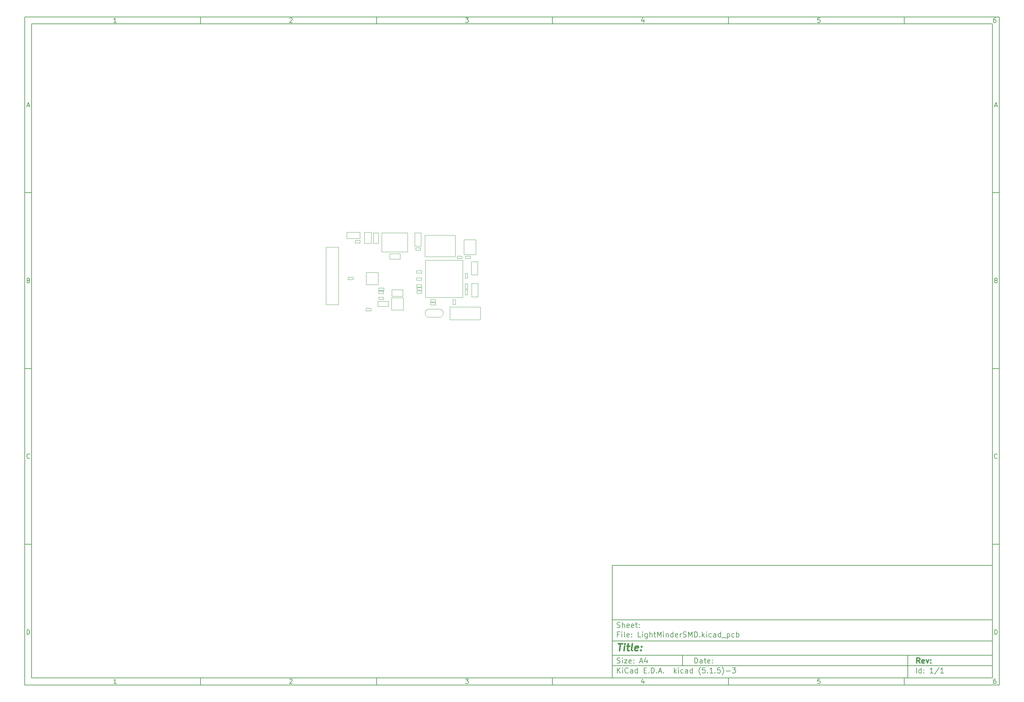
<source format=gbr>
G04 #@! TF.GenerationSoftware,KiCad,Pcbnew,(5.1.5)-3*
G04 #@! TF.CreationDate,2021-06-29T15:52:26+01:00*
G04 #@! TF.ProjectId,LightMinderSMD,4c696768-744d-4696-9e64-6572534d442e,rev?*
G04 #@! TF.SameCoordinates,Original*
G04 #@! TF.FileFunction,Other,User*
%FSLAX46Y46*%
G04 Gerber Fmt 4.6, Leading zero omitted, Abs format (unit mm)*
G04 Created by KiCad (PCBNEW (5.1.5)-3) date 2021-06-29 15:52:26*
%MOMM*%
%LPD*%
G04 APERTURE LIST*
%ADD10C,0.100000*%
%ADD11C,0.150000*%
%ADD12C,0.300000*%
%ADD13C,0.400000*%
%ADD14C,0.050000*%
G04 APERTURE END LIST*
D10*
D11*
X177002200Y-166007200D02*
X177002200Y-198007200D01*
X285002200Y-198007200D01*
X285002200Y-166007200D01*
X177002200Y-166007200D01*
D10*
D11*
X10000000Y-10000000D02*
X10000000Y-200007200D01*
X287002200Y-200007200D01*
X287002200Y-10000000D01*
X10000000Y-10000000D01*
D10*
D11*
X12000000Y-12000000D02*
X12000000Y-198007200D01*
X285002200Y-198007200D01*
X285002200Y-12000000D01*
X12000000Y-12000000D01*
D10*
D11*
X60000000Y-12000000D02*
X60000000Y-10000000D01*
D10*
D11*
X110000000Y-12000000D02*
X110000000Y-10000000D01*
D10*
D11*
X160000000Y-12000000D02*
X160000000Y-10000000D01*
D10*
D11*
X210000000Y-12000000D02*
X210000000Y-10000000D01*
D10*
D11*
X260000000Y-12000000D02*
X260000000Y-10000000D01*
D10*
D11*
X36065476Y-11588095D02*
X35322619Y-11588095D01*
X35694047Y-11588095D02*
X35694047Y-10288095D01*
X35570238Y-10473809D01*
X35446428Y-10597619D01*
X35322619Y-10659523D01*
D10*
D11*
X85322619Y-10411904D02*
X85384523Y-10350000D01*
X85508333Y-10288095D01*
X85817857Y-10288095D01*
X85941666Y-10350000D01*
X86003571Y-10411904D01*
X86065476Y-10535714D01*
X86065476Y-10659523D01*
X86003571Y-10845238D01*
X85260714Y-11588095D01*
X86065476Y-11588095D01*
D10*
D11*
X135260714Y-10288095D02*
X136065476Y-10288095D01*
X135632142Y-10783333D01*
X135817857Y-10783333D01*
X135941666Y-10845238D01*
X136003571Y-10907142D01*
X136065476Y-11030952D01*
X136065476Y-11340476D01*
X136003571Y-11464285D01*
X135941666Y-11526190D01*
X135817857Y-11588095D01*
X135446428Y-11588095D01*
X135322619Y-11526190D01*
X135260714Y-11464285D01*
D10*
D11*
X185941666Y-10721428D02*
X185941666Y-11588095D01*
X185632142Y-10226190D02*
X185322619Y-11154761D01*
X186127380Y-11154761D01*
D10*
D11*
X236003571Y-10288095D02*
X235384523Y-10288095D01*
X235322619Y-10907142D01*
X235384523Y-10845238D01*
X235508333Y-10783333D01*
X235817857Y-10783333D01*
X235941666Y-10845238D01*
X236003571Y-10907142D01*
X236065476Y-11030952D01*
X236065476Y-11340476D01*
X236003571Y-11464285D01*
X235941666Y-11526190D01*
X235817857Y-11588095D01*
X235508333Y-11588095D01*
X235384523Y-11526190D01*
X235322619Y-11464285D01*
D10*
D11*
X285941666Y-10288095D02*
X285694047Y-10288095D01*
X285570238Y-10350000D01*
X285508333Y-10411904D01*
X285384523Y-10597619D01*
X285322619Y-10845238D01*
X285322619Y-11340476D01*
X285384523Y-11464285D01*
X285446428Y-11526190D01*
X285570238Y-11588095D01*
X285817857Y-11588095D01*
X285941666Y-11526190D01*
X286003571Y-11464285D01*
X286065476Y-11340476D01*
X286065476Y-11030952D01*
X286003571Y-10907142D01*
X285941666Y-10845238D01*
X285817857Y-10783333D01*
X285570238Y-10783333D01*
X285446428Y-10845238D01*
X285384523Y-10907142D01*
X285322619Y-11030952D01*
D10*
D11*
X60000000Y-198007200D02*
X60000000Y-200007200D01*
D10*
D11*
X110000000Y-198007200D02*
X110000000Y-200007200D01*
D10*
D11*
X160000000Y-198007200D02*
X160000000Y-200007200D01*
D10*
D11*
X210000000Y-198007200D02*
X210000000Y-200007200D01*
D10*
D11*
X260000000Y-198007200D02*
X260000000Y-200007200D01*
D10*
D11*
X36065476Y-199595295D02*
X35322619Y-199595295D01*
X35694047Y-199595295D02*
X35694047Y-198295295D01*
X35570238Y-198481009D01*
X35446428Y-198604819D01*
X35322619Y-198666723D01*
D10*
D11*
X85322619Y-198419104D02*
X85384523Y-198357200D01*
X85508333Y-198295295D01*
X85817857Y-198295295D01*
X85941666Y-198357200D01*
X86003571Y-198419104D01*
X86065476Y-198542914D01*
X86065476Y-198666723D01*
X86003571Y-198852438D01*
X85260714Y-199595295D01*
X86065476Y-199595295D01*
D10*
D11*
X135260714Y-198295295D02*
X136065476Y-198295295D01*
X135632142Y-198790533D01*
X135817857Y-198790533D01*
X135941666Y-198852438D01*
X136003571Y-198914342D01*
X136065476Y-199038152D01*
X136065476Y-199347676D01*
X136003571Y-199471485D01*
X135941666Y-199533390D01*
X135817857Y-199595295D01*
X135446428Y-199595295D01*
X135322619Y-199533390D01*
X135260714Y-199471485D01*
D10*
D11*
X185941666Y-198728628D02*
X185941666Y-199595295D01*
X185632142Y-198233390D02*
X185322619Y-199161961D01*
X186127380Y-199161961D01*
D10*
D11*
X236003571Y-198295295D02*
X235384523Y-198295295D01*
X235322619Y-198914342D01*
X235384523Y-198852438D01*
X235508333Y-198790533D01*
X235817857Y-198790533D01*
X235941666Y-198852438D01*
X236003571Y-198914342D01*
X236065476Y-199038152D01*
X236065476Y-199347676D01*
X236003571Y-199471485D01*
X235941666Y-199533390D01*
X235817857Y-199595295D01*
X235508333Y-199595295D01*
X235384523Y-199533390D01*
X235322619Y-199471485D01*
D10*
D11*
X285941666Y-198295295D02*
X285694047Y-198295295D01*
X285570238Y-198357200D01*
X285508333Y-198419104D01*
X285384523Y-198604819D01*
X285322619Y-198852438D01*
X285322619Y-199347676D01*
X285384523Y-199471485D01*
X285446428Y-199533390D01*
X285570238Y-199595295D01*
X285817857Y-199595295D01*
X285941666Y-199533390D01*
X286003571Y-199471485D01*
X286065476Y-199347676D01*
X286065476Y-199038152D01*
X286003571Y-198914342D01*
X285941666Y-198852438D01*
X285817857Y-198790533D01*
X285570238Y-198790533D01*
X285446428Y-198852438D01*
X285384523Y-198914342D01*
X285322619Y-199038152D01*
D10*
D11*
X10000000Y-60000000D02*
X12000000Y-60000000D01*
D10*
D11*
X10000000Y-110000000D02*
X12000000Y-110000000D01*
D10*
D11*
X10000000Y-160000000D02*
X12000000Y-160000000D01*
D10*
D11*
X10690476Y-35216666D02*
X11309523Y-35216666D01*
X10566666Y-35588095D02*
X11000000Y-34288095D01*
X11433333Y-35588095D01*
D10*
D11*
X11092857Y-84907142D02*
X11278571Y-84969047D01*
X11340476Y-85030952D01*
X11402380Y-85154761D01*
X11402380Y-85340476D01*
X11340476Y-85464285D01*
X11278571Y-85526190D01*
X11154761Y-85588095D01*
X10659523Y-85588095D01*
X10659523Y-84288095D01*
X11092857Y-84288095D01*
X11216666Y-84350000D01*
X11278571Y-84411904D01*
X11340476Y-84535714D01*
X11340476Y-84659523D01*
X11278571Y-84783333D01*
X11216666Y-84845238D01*
X11092857Y-84907142D01*
X10659523Y-84907142D01*
D10*
D11*
X11402380Y-135464285D02*
X11340476Y-135526190D01*
X11154761Y-135588095D01*
X11030952Y-135588095D01*
X10845238Y-135526190D01*
X10721428Y-135402380D01*
X10659523Y-135278571D01*
X10597619Y-135030952D01*
X10597619Y-134845238D01*
X10659523Y-134597619D01*
X10721428Y-134473809D01*
X10845238Y-134350000D01*
X11030952Y-134288095D01*
X11154761Y-134288095D01*
X11340476Y-134350000D01*
X11402380Y-134411904D01*
D10*
D11*
X10659523Y-185588095D02*
X10659523Y-184288095D01*
X10969047Y-184288095D01*
X11154761Y-184350000D01*
X11278571Y-184473809D01*
X11340476Y-184597619D01*
X11402380Y-184845238D01*
X11402380Y-185030952D01*
X11340476Y-185278571D01*
X11278571Y-185402380D01*
X11154761Y-185526190D01*
X10969047Y-185588095D01*
X10659523Y-185588095D01*
D10*
D11*
X287002200Y-60000000D02*
X285002200Y-60000000D01*
D10*
D11*
X287002200Y-110000000D02*
X285002200Y-110000000D01*
D10*
D11*
X287002200Y-160000000D02*
X285002200Y-160000000D01*
D10*
D11*
X285692676Y-35216666D02*
X286311723Y-35216666D01*
X285568866Y-35588095D02*
X286002200Y-34288095D01*
X286435533Y-35588095D01*
D10*
D11*
X286095057Y-84907142D02*
X286280771Y-84969047D01*
X286342676Y-85030952D01*
X286404580Y-85154761D01*
X286404580Y-85340476D01*
X286342676Y-85464285D01*
X286280771Y-85526190D01*
X286156961Y-85588095D01*
X285661723Y-85588095D01*
X285661723Y-84288095D01*
X286095057Y-84288095D01*
X286218866Y-84350000D01*
X286280771Y-84411904D01*
X286342676Y-84535714D01*
X286342676Y-84659523D01*
X286280771Y-84783333D01*
X286218866Y-84845238D01*
X286095057Y-84907142D01*
X285661723Y-84907142D01*
D10*
D11*
X286404580Y-135464285D02*
X286342676Y-135526190D01*
X286156961Y-135588095D01*
X286033152Y-135588095D01*
X285847438Y-135526190D01*
X285723628Y-135402380D01*
X285661723Y-135278571D01*
X285599819Y-135030952D01*
X285599819Y-134845238D01*
X285661723Y-134597619D01*
X285723628Y-134473809D01*
X285847438Y-134350000D01*
X286033152Y-134288095D01*
X286156961Y-134288095D01*
X286342676Y-134350000D01*
X286404580Y-134411904D01*
D10*
D11*
X285661723Y-185588095D02*
X285661723Y-184288095D01*
X285971247Y-184288095D01*
X286156961Y-184350000D01*
X286280771Y-184473809D01*
X286342676Y-184597619D01*
X286404580Y-184845238D01*
X286404580Y-185030952D01*
X286342676Y-185278571D01*
X286280771Y-185402380D01*
X286156961Y-185526190D01*
X285971247Y-185588095D01*
X285661723Y-185588095D01*
D10*
D11*
X200434342Y-193785771D02*
X200434342Y-192285771D01*
X200791485Y-192285771D01*
X201005771Y-192357200D01*
X201148628Y-192500057D01*
X201220057Y-192642914D01*
X201291485Y-192928628D01*
X201291485Y-193142914D01*
X201220057Y-193428628D01*
X201148628Y-193571485D01*
X201005771Y-193714342D01*
X200791485Y-193785771D01*
X200434342Y-193785771D01*
X202577200Y-193785771D02*
X202577200Y-193000057D01*
X202505771Y-192857200D01*
X202362914Y-192785771D01*
X202077200Y-192785771D01*
X201934342Y-192857200D01*
X202577200Y-193714342D02*
X202434342Y-193785771D01*
X202077200Y-193785771D01*
X201934342Y-193714342D01*
X201862914Y-193571485D01*
X201862914Y-193428628D01*
X201934342Y-193285771D01*
X202077200Y-193214342D01*
X202434342Y-193214342D01*
X202577200Y-193142914D01*
X203077200Y-192785771D02*
X203648628Y-192785771D01*
X203291485Y-192285771D02*
X203291485Y-193571485D01*
X203362914Y-193714342D01*
X203505771Y-193785771D01*
X203648628Y-193785771D01*
X204720057Y-193714342D02*
X204577200Y-193785771D01*
X204291485Y-193785771D01*
X204148628Y-193714342D01*
X204077200Y-193571485D01*
X204077200Y-193000057D01*
X204148628Y-192857200D01*
X204291485Y-192785771D01*
X204577200Y-192785771D01*
X204720057Y-192857200D01*
X204791485Y-193000057D01*
X204791485Y-193142914D01*
X204077200Y-193285771D01*
X205434342Y-193642914D02*
X205505771Y-193714342D01*
X205434342Y-193785771D01*
X205362914Y-193714342D01*
X205434342Y-193642914D01*
X205434342Y-193785771D01*
X205434342Y-192857200D02*
X205505771Y-192928628D01*
X205434342Y-193000057D01*
X205362914Y-192928628D01*
X205434342Y-192857200D01*
X205434342Y-193000057D01*
D10*
D11*
X177002200Y-194507200D02*
X285002200Y-194507200D01*
D10*
D11*
X178434342Y-196585771D02*
X178434342Y-195085771D01*
X179291485Y-196585771D02*
X178648628Y-195728628D01*
X179291485Y-195085771D02*
X178434342Y-195942914D01*
X179934342Y-196585771D02*
X179934342Y-195585771D01*
X179934342Y-195085771D02*
X179862914Y-195157200D01*
X179934342Y-195228628D01*
X180005771Y-195157200D01*
X179934342Y-195085771D01*
X179934342Y-195228628D01*
X181505771Y-196442914D02*
X181434342Y-196514342D01*
X181220057Y-196585771D01*
X181077200Y-196585771D01*
X180862914Y-196514342D01*
X180720057Y-196371485D01*
X180648628Y-196228628D01*
X180577200Y-195942914D01*
X180577200Y-195728628D01*
X180648628Y-195442914D01*
X180720057Y-195300057D01*
X180862914Y-195157200D01*
X181077200Y-195085771D01*
X181220057Y-195085771D01*
X181434342Y-195157200D01*
X181505771Y-195228628D01*
X182791485Y-196585771D02*
X182791485Y-195800057D01*
X182720057Y-195657200D01*
X182577200Y-195585771D01*
X182291485Y-195585771D01*
X182148628Y-195657200D01*
X182791485Y-196514342D02*
X182648628Y-196585771D01*
X182291485Y-196585771D01*
X182148628Y-196514342D01*
X182077200Y-196371485D01*
X182077200Y-196228628D01*
X182148628Y-196085771D01*
X182291485Y-196014342D01*
X182648628Y-196014342D01*
X182791485Y-195942914D01*
X184148628Y-196585771D02*
X184148628Y-195085771D01*
X184148628Y-196514342D02*
X184005771Y-196585771D01*
X183720057Y-196585771D01*
X183577200Y-196514342D01*
X183505771Y-196442914D01*
X183434342Y-196300057D01*
X183434342Y-195871485D01*
X183505771Y-195728628D01*
X183577200Y-195657200D01*
X183720057Y-195585771D01*
X184005771Y-195585771D01*
X184148628Y-195657200D01*
X186005771Y-195800057D02*
X186505771Y-195800057D01*
X186720057Y-196585771D02*
X186005771Y-196585771D01*
X186005771Y-195085771D01*
X186720057Y-195085771D01*
X187362914Y-196442914D02*
X187434342Y-196514342D01*
X187362914Y-196585771D01*
X187291485Y-196514342D01*
X187362914Y-196442914D01*
X187362914Y-196585771D01*
X188077200Y-196585771D02*
X188077200Y-195085771D01*
X188434342Y-195085771D01*
X188648628Y-195157200D01*
X188791485Y-195300057D01*
X188862914Y-195442914D01*
X188934342Y-195728628D01*
X188934342Y-195942914D01*
X188862914Y-196228628D01*
X188791485Y-196371485D01*
X188648628Y-196514342D01*
X188434342Y-196585771D01*
X188077200Y-196585771D01*
X189577200Y-196442914D02*
X189648628Y-196514342D01*
X189577200Y-196585771D01*
X189505771Y-196514342D01*
X189577200Y-196442914D01*
X189577200Y-196585771D01*
X190220057Y-196157200D02*
X190934342Y-196157200D01*
X190077200Y-196585771D02*
X190577200Y-195085771D01*
X191077200Y-196585771D01*
X191577200Y-196442914D02*
X191648628Y-196514342D01*
X191577200Y-196585771D01*
X191505771Y-196514342D01*
X191577200Y-196442914D01*
X191577200Y-196585771D01*
X194577200Y-196585771D02*
X194577200Y-195085771D01*
X194720057Y-196014342D02*
X195148628Y-196585771D01*
X195148628Y-195585771D02*
X194577200Y-196157200D01*
X195791485Y-196585771D02*
X195791485Y-195585771D01*
X195791485Y-195085771D02*
X195720057Y-195157200D01*
X195791485Y-195228628D01*
X195862914Y-195157200D01*
X195791485Y-195085771D01*
X195791485Y-195228628D01*
X197148628Y-196514342D02*
X197005771Y-196585771D01*
X196720057Y-196585771D01*
X196577200Y-196514342D01*
X196505771Y-196442914D01*
X196434342Y-196300057D01*
X196434342Y-195871485D01*
X196505771Y-195728628D01*
X196577200Y-195657200D01*
X196720057Y-195585771D01*
X197005771Y-195585771D01*
X197148628Y-195657200D01*
X198434342Y-196585771D02*
X198434342Y-195800057D01*
X198362914Y-195657200D01*
X198220057Y-195585771D01*
X197934342Y-195585771D01*
X197791485Y-195657200D01*
X198434342Y-196514342D02*
X198291485Y-196585771D01*
X197934342Y-196585771D01*
X197791485Y-196514342D01*
X197720057Y-196371485D01*
X197720057Y-196228628D01*
X197791485Y-196085771D01*
X197934342Y-196014342D01*
X198291485Y-196014342D01*
X198434342Y-195942914D01*
X199791485Y-196585771D02*
X199791485Y-195085771D01*
X199791485Y-196514342D02*
X199648628Y-196585771D01*
X199362914Y-196585771D01*
X199220057Y-196514342D01*
X199148628Y-196442914D01*
X199077200Y-196300057D01*
X199077200Y-195871485D01*
X199148628Y-195728628D01*
X199220057Y-195657200D01*
X199362914Y-195585771D01*
X199648628Y-195585771D01*
X199791485Y-195657200D01*
X202077200Y-197157200D02*
X202005771Y-197085771D01*
X201862914Y-196871485D01*
X201791485Y-196728628D01*
X201720057Y-196514342D01*
X201648628Y-196157200D01*
X201648628Y-195871485D01*
X201720057Y-195514342D01*
X201791485Y-195300057D01*
X201862914Y-195157200D01*
X202005771Y-194942914D01*
X202077200Y-194871485D01*
X203362914Y-195085771D02*
X202648628Y-195085771D01*
X202577200Y-195800057D01*
X202648628Y-195728628D01*
X202791485Y-195657200D01*
X203148628Y-195657200D01*
X203291485Y-195728628D01*
X203362914Y-195800057D01*
X203434342Y-195942914D01*
X203434342Y-196300057D01*
X203362914Y-196442914D01*
X203291485Y-196514342D01*
X203148628Y-196585771D01*
X202791485Y-196585771D01*
X202648628Y-196514342D01*
X202577200Y-196442914D01*
X204077200Y-196442914D02*
X204148628Y-196514342D01*
X204077200Y-196585771D01*
X204005771Y-196514342D01*
X204077200Y-196442914D01*
X204077200Y-196585771D01*
X205577200Y-196585771D02*
X204720057Y-196585771D01*
X205148628Y-196585771D02*
X205148628Y-195085771D01*
X205005771Y-195300057D01*
X204862914Y-195442914D01*
X204720057Y-195514342D01*
X206220057Y-196442914D02*
X206291485Y-196514342D01*
X206220057Y-196585771D01*
X206148628Y-196514342D01*
X206220057Y-196442914D01*
X206220057Y-196585771D01*
X207648628Y-195085771D02*
X206934342Y-195085771D01*
X206862914Y-195800057D01*
X206934342Y-195728628D01*
X207077200Y-195657200D01*
X207434342Y-195657200D01*
X207577200Y-195728628D01*
X207648628Y-195800057D01*
X207720057Y-195942914D01*
X207720057Y-196300057D01*
X207648628Y-196442914D01*
X207577200Y-196514342D01*
X207434342Y-196585771D01*
X207077200Y-196585771D01*
X206934342Y-196514342D01*
X206862914Y-196442914D01*
X208220057Y-197157200D02*
X208291485Y-197085771D01*
X208434342Y-196871485D01*
X208505771Y-196728628D01*
X208577200Y-196514342D01*
X208648628Y-196157200D01*
X208648628Y-195871485D01*
X208577200Y-195514342D01*
X208505771Y-195300057D01*
X208434342Y-195157200D01*
X208291485Y-194942914D01*
X208220057Y-194871485D01*
X209362914Y-196014342D02*
X210505771Y-196014342D01*
X211077200Y-195085771D02*
X212005771Y-195085771D01*
X211505771Y-195657200D01*
X211720057Y-195657200D01*
X211862914Y-195728628D01*
X211934342Y-195800057D01*
X212005771Y-195942914D01*
X212005771Y-196300057D01*
X211934342Y-196442914D01*
X211862914Y-196514342D01*
X211720057Y-196585771D01*
X211291485Y-196585771D01*
X211148628Y-196514342D01*
X211077200Y-196442914D01*
D10*
D11*
X177002200Y-191507200D02*
X285002200Y-191507200D01*
D10*
D12*
X264411485Y-193785771D02*
X263911485Y-193071485D01*
X263554342Y-193785771D02*
X263554342Y-192285771D01*
X264125771Y-192285771D01*
X264268628Y-192357200D01*
X264340057Y-192428628D01*
X264411485Y-192571485D01*
X264411485Y-192785771D01*
X264340057Y-192928628D01*
X264268628Y-193000057D01*
X264125771Y-193071485D01*
X263554342Y-193071485D01*
X265625771Y-193714342D02*
X265482914Y-193785771D01*
X265197200Y-193785771D01*
X265054342Y-193714342D01*
X264982914Y-193571485D01*
X264982914Y-193000057D01*
X265054342Y-192857200D01*
X265197200Y-192785771D01*
X265482914Y-192785771D01*
X265625771Y-192857200D01*
X265697200Y-193000057D01*
X265697200Y-193142914D01*
X264982914Y-193285771D01*
X266197200Y-192785771D02*
X266554342Y-193785771D01*
X266911485Y-192785771D01*
X267482914Y-193642914D02*
X267554342Y-193714342D01*
X267482914Y-193785771D01*
X267411485Y-193714342D01*
X267482914Y-193642914D01*
X267482914Y-193785771D01*
X267482914Y-192857200D02*
X267554342Y-192928628D01*
X267482914Y-193000057D01*
X267411485Y-192928628D01*
X267482914Y-192857200D01*
X267482914Y-193000057D01*
D10*
D11*
X178362914Y-193714342D02*
X178577200Y-193785771D01*
X178934342Y-193785771D01*
X179077200Y-193714342D01*
X179148628Y-193642914D01*
X179220057Y-193500057D01*
X179220057Y-193357200D01*
X179148628Y-193214342D01*
X179077200Y-193142914D01*
X178934342Y-193071485D01*
X178648628Y-193000057D01*
X178505771Y-192928628D01*
X178434342Y-192857200D01*
X178362914Y-192714342D01*
X178362914Y-192571485D01*
X178434342Y-192428628D01*
X178505771Y-192357200D01*
X178648628Y-192285771D01*
X179005771Y-192285771D01*
X179220057Y-192357200D01*
X179862914Y-193785771D02*
X179862914Y-192785771D01*
X179862914Y-192285771D02*
X179791485Y-192357200D01*
X179862914Y-192428628D01*
X179934342Y-192357200D01*
X179862914Y-192285771D01*
X179862914Y-192428628D01*
X180434342Y-192785771D02*
X181220057Y-192785771D01*
X180434342Y-193785771D01*
X181220057Y-193785771D01*
X182362914Y-193714342D02*
X182220057Y-193785771D01*
X181934342Y-193785771D01*
X181791485Y-193714342D01*
X181720057Y-193571485D01*
X181720057Y-193000057D01*
X181791485Y-192857200D01*
X181934342Y-192785771D01*
X182220057Y-192785771D01*
X182362914Y-192857200D01*
X182434342Y-193000057D01*
X182434342Y-193142914D01*
X181720057Y-193285771D01*
X183077200Y-193642914D02*
X183148628Y-193714342D01*
X183077200Y-193785771D01*
X183005771Y-193714342D01*
X183077200Y-193642914D01*
X183077200Y-193785771D01*
X183077200Y-192857200D02*
X183148628Y-192928628D01*
X183077200Y-193000057D01*
X183005771Y-192928628D01*
X183077200Y-192857200D01*
X183077200Y-193000057D01*
X184862914Y-193357200D02*
X185577200Y-193357200D01*
X184720057Y-193785771D02*
X185220057Y-192285771D01*
X185720057Y-193785771D01*
X186862914Y-192785771D02*
X186862914Y-193785771D01*
X186505771Y-192214342D02*
X186148628Y-193285771D01*
X187077200Y-193285771D01*
D10*
D11*
X263434342Y-196585771D02*
X263434342Y-195085771D01*
X264791485Y-196585771D02*
X264791485Y-195085771D01*
X264791485Y-196514342D02*
X264648628Y-196585771D01*
X264362914Y-196585771D01*
X264220057Y-196514342D01*
X264148628Y-196442914D01*
X264077200Y-196300057D01*
X264077200Y-195871485D01*
X264148628Y-195728628D01*
X264220057Y-195657200D01*
X264362914Y-195585771D01*
X264648628Y-195585771D01*
X264791485Y-195657200D01*
X265505771Y-196442914D02*
X265577200Y-196514342D01*
X265505771Y-196585771D01*
X265434342Y-196514342D01*
X265505771Y-196442914D01*
X265505771Y-196585771D01*
X265505771Y-195657200D02*
X265577200Y-195728628D01*
X265505771Y-195800057D01*
X265434342Y-195728628D01*
X265505771Y-195657200D01*
X265505771Y-195800057D01*
X268148628Y-196585771D02*
X267291485Y-196585771D01*
X267720057Y-196585771D02*
X267720057Y-195085771D01*
X267577200Y-195300057D01*
X267434342Y-195442914D01*
X267291485Y-195514342D01*
X269862914Y-195014342D02*
X268577200Y-196942914D01*
X271148628Y-196585771D02*
X270291485Y-196585771D01*
X270720057Y-196585771D02*
X270720057Y-195085771D01*
X270577200Y-195300057D01*
X270434342Y-195442914D01*
X270291485Y-195514342D01*
D10*
D11*
X177002200Y-187507200D02*
X285002200Y-187507200D01*
D10*
D13*
X178714580Y-188211961D02*
X179857438Y-188211961D01*
X179036009Y-190211961D02*
X179286009Y-188211961D01*
X180274104Y-190211961D02*
X180440771Y-188878628D01*
X180524104Y-188211961D02*
X180416961Y-188307200D01*
X180500295Y-188402438D01*
X180607438Y-188307200D01*
X180524104Y-188211961D01*
X180500295Y-188402438D01*
X181107438Y-188878628D02*
X181869342Y-188878628D01*
X181476485Y-188211961D02*
X181262200Y-189926247D01*
X181333628Y-190116723D01*
X181512200Y-190211961D01*
X181702676Y-190211961D01*
X182655057Y-190211961D02*
X182476485Y-190116723D01*
X182405057Y-189926247D01*
X182619342Y-188211961D01*
X184190771Y-190116723D02*
X183988390Y-190211961D01*
X183607438Y-190211961D01*
X183428866Y-190116723D01*
X183357438Y-189926247D01*
X183452676Y-189164342D01*
X183571723Y-188973866D01*
X183774104Y-188878628D01*
X184155057Y-188878628D01*
X184333628Y-188973866D01*
X184405057Y-189164342D01*
X184381247Y-189354819D01*
X183405057Y-189545295D01*
X185155057Y-190021485D02*
X185238390Y-190116723D01*
X185131247Y-190211961D01*
X185047914Y-190116723D01*
X185155057Y-190021485D01*
X185131247Y-190211961D01*
X185286009Y-188973866D02*
X185369342Y-189069104D01*
X185262200Y-189164342D01*
X185178866Y-189069104D01*
X185286009Y-188973866D01*
X185262200Y-189164342D01*
D10*
D11*
X178934342Y-185600057D02*
X178434342Y-185600057D01*
X178434342Y-186385771D02*
X178434342Y-184885771D01*
X179148628Y-184885771D01*
X179720057Y-186385771D02*
X179720057Y-185385771D01*
X179720057Y-184885771D02*
X179648628Y-184957200D01*
X179720057Y-185028628D01*
X179791485Y-184957200D01*
X179720057Y-184885771D01*
X179720057Y-185028628D01*
X180648628Y-186385771D02*
X180505771Y-186314342D01*
X180434342Y-186171485D01*
X180434342Y-184885771D01*
X181791485Y-186314342D02*
X181648628Y-186385771D01*
X181362914Y-186385771D01*
X181220057Y-186314342D01*
X181148628Y-186171485D01*
X181148628Y-185600057D01*
X181220057Y-185457200D01*
X181362914Y-185385771D01*
X181648628Y-185385771D01*
X181791485Y-185457200D01*
X181862914Y-185600057D01*
X181862914Y-185742914D01*
X181148628Y-185885771D01*
X182505771Y-186242914D02*
X182577200Y-186314342D01*
X182505771Y-186385771D01*
X182434342Y-186314342D01*
X182505771Y-186242914D01*
X182505771Y-186385771D01*
X182505771Y-185457200D02*
X182577200Y-185528628D01*
X182505771Y-185600057D01*
X182434342Y-185528628D01*
X182505771Y-185457200D01*
X182505771Y-185600057D01*
X185077200Y-186385771D02*
X184362914Y-186385771D01*
X184362914Y-184885771D01*
X185577200Y-186385771D02*
X185577200Y-185385771D01*
X185577200Y-184885771D02*
X185505771Y-184957200D01*
X185577200Y-185028628D01*
X185648628Y-184957200D01*
X185577200Y-184885771D01*
X185577200Y-185028628D01*
X186934342Y-185385771D02*
X186934342Y-186600057D01*
X186862914Y-186742914D01*
X186791485Y-186814342D01*
X186648628Y-186885771D01*
X186434342Y-186885771D01*
X186291485Y-186814342D01*
X186934342Y-186314342D02*
X186791485Y-186385771D01*
X186505771Y-186385771D01*
X186362914Y-186314342D01*
X186291485Y-186242914D01*
X186220057Y-186100057D01*
X186220057Y-185671485D01*
X186291485Y-185528628D01*
X186362914Y-185457200D01*
X186505771Y-185385771D01*
X186791485Y-185385771D01*
X186934342Y-185457200D01*
X187648628Y-186385771D02*
X187648628Y-184885771D01*
X188291485Y-186385771D02*
X188291485Y-185600057D01*
X188220057Y-185457200D01*
X188077200Y-185385771D01*
X187862914Y-185385771D01*
X187720057Y-185457200D01*
X187648628Y-185528628D01*
X188791485Y-185385771D02*
X189362914Y-185385771D01*
X189005771Y-184885771D02*
X189005771Y-186171485D01*
X189077200Y-186314342D01*
X189220057Y-186385771D01*
X189362914Y-186385771D01*
X189862914Y-186385771D02*
X189862914Y-184885771D01*
X190362914Y-185957200D01*
X190862914Y-184885771D01*
X190862914Y-186385771D01*
X191577200Y-186385771D02*
X191577200Y-185385771D01*
X191577200Y-184885771D02*
X191505771Y-184957200D01*
X191577200Y-185028628D01*
X191648628Y-184957200D01*
X191577200Y-184885771D01*
X191577200Y-185028628D01*
X192291485Y-185385771D02*
X192291485Y-186385771D01*
X192291485Y-185528628D02*
X192362914Y-185457200D01*
X192505771Y-185385771D01*
X192720057Y-185385771D01*
X192862914Y-185457200D01*
X192934342Y-185600057D01*
X192934342Y-186385771D01*
X194291485Y-186385771D02*
X194291485Y-184885771D01*
X194291485Y-186314342D02*
X194148628Y-186385771D01*
X193862914Y-186385771D01*
X193720057Y-186314342D01*
X193648628Y-186242914D01*
X193577200Y-186100057D01*
X193577200Y-185671485D01*
X193648628Y-185528628D01*
X193720057Y-185457200D01*
X193862914Y-185385771D01*
X194148628Y-185385771D01*
X194291485Y-185457200D01*
X195577200Y-186314342D02*
X195434342Y-186385771D01*
X195148628Y-186385771D01*
X195005771Y-186314342D01*
X194934342Y-186171485D01*
X194934342Y-185600057D01*
X195005771Y-185457200D01*
X195148628Y-185385771D01*
X195434342Y-185385771D01*
X195577200Y-185457200D01*
X195648628Y-185600057D01*
X195648628Y-185742914D01*
X194934342Y-185885771D01*
X196291485Y-186385771D02*
X196291485Y-185385771D01*
X196291485Y-185671485D02*
X196362914Y-185528628D01*
X196434342Y-185457200D01*
X196577200Y-185385771D01*
X196720057Y-185385771D01*
X197148628Y-186314342D02*
X197362914Y-186385771D01*
X197720057Y-186385771D01*
X197862914Y-186314342D01*
X197934342Y-186242914D01*
X198005771Y-186100057D01*
X198005771Y-185957200D01*
X197934342Y-185814342D01*
X197862914Y-185742914D01*
X197720057Y-185671485D01*
X197434342Y-185600057D01*
X197291485Y-185528628D01*
X197220057Y-185457200D01*
X197148628Y-185314342D01*
X197148628Y-185171485D01*
X197220057Y-185028628D01*
X197291485Y-184957200D01*
X197434342Y-184885771D01*
X197791485Y-184885771D01*
X198005771Y-184957200D01*
X198648628Y-186385771D02*
X198648628Y-184885771D01*
X199148628Y-185957200D01*
X199648628Y-184885771D01*
X199648628Y-186385771D01*
X200362914Y-186385771D02*
X200362914Y-184885771D01*
X200720057Y-184885771D01*
X200934342Y-184957200D01*
X201077200Y-185100057D01*
X201148628Y-185242914D01*
X201220057Y-185528628D01*
X201220057Y-185742914D01*
X201148628Y-186028628D01*
X201077200Y-186171485D01*
X200934342Y-186314342D01*
X200720057Y-186385771D01*
X200362914Y-186385771D01*
X201862914Y-186242914D02*
X201934342Y-186314342D01*
X201862914Y-186385771D01*
X201791485Y-186314342D01*
X201862914Y-186242914D01*
X201862914Y-186385771D01*
X202577200Y-186385771D02*
X202577200Y-184885771D01*
X202720057Y-185814342D02*
X203148628Y-186385771D01*
X203148628Y-185385771D02*
X202577200Y-185957200D01*
X203791485Y-186385771D02*
X203791485Y-185385771D01*
X203791485Y-184885771D02*
X203720057Y-184957200D01*
X203791485Y-185028628D01*
X203862914Y-184957200D01*
X203791485Y-184885771D01*
X203791485Y-185028628D01*
X205148628Y-186314342D02*
X205005771Y-186385771D01*
X204720057Y-186385771D01*
X204577200Y-186314342D01*
X204505771Y-186242914D01*
X204434342Y-186100057D01*
X204434342Y-185671485D01*
X204505771Y-185528628D01*
X204577200Y-185457200D01*
X204720057Y-185385771D01*
X205005771Y-185385771D01*
X205148628Y-185457200D01*
X206434342Y-186385771D02*
X206434342Y-185600057D01*
X206362914Y-185457200D01*
X206220057Y-185385771D01*
X205934342Y-185385771D01*
X205791485Y-185457200D01*
X206434342Y-186314342D02*
X206291485Y-186385771D01*
X205934342Y-186385771D01*
X205791485Y-186314342D01*
X205720057Y-186171485D01*
X205720057Y-186028628D01*
X205791485Y-185885771D01*
X205934342Y-185814342D01*
X206291485Y-185814342D01*
X206434342Y-185742914D01*
X207791485Y-186385771D02*
X207791485Y-184885771D01*
X207791485Y-186314342D02*
X207648628Y-186385771D01*
X207362914Y-186385771D01*
X207220057Y-186314342D01*
X207148628Y-186242914D01*
X207077200Y-186100057D01*
X207077200Y-185671485D01*
X207148628Y-185528628D01*
X207220057Y-185457200D01*
X207362914Y-185385771D01*
X207648628Y-185385771D01*
X207791485Y-185457200D01*
X208148628Y-186528628D02*
X209291485Y-186528628D01*
X209648628Y-185385771D02*
X209648628Y-186885771D01*
X209648628Y-185457200D02*
X209791485Y-185385771D01*
X210077200Y-185385771D01*
X210220057Y-185457200D01*
X210291485Y-185528628D01*
X210362914Y-185671485D01*
X210362914Y-186100057D01*
X210291485Y-186242914D01*
X210220057Y-186314342D01*
X210077200Y-186385771D01*
X209791485Y-186385771D01*
X209648628Y-186314342D01*
X211648628Y-186314342D02*
X211505771Y-186385771D01*
X211220057Y-186385771D01*
X211077200Y-186314342D01*
X211005771Y-186242914D01*
X210934342Y-186100057D01*
X210934342Y-185671485D01*
X211005771Y-185528628D01*
X211077200Y-185457200D01*
X211220057Y-185385771D01*
X211505771Y-185385771D01*
X211648628Y-185457200D01*
X212291485Y-186385771D02*
X212291485Y-184885771D01*
X212291485Y-185457200D02*
X212434342Y-185385771D01*
X212720057Y-185385771D01*
X212862914Y-185457200D01*
X212934342Y-185528628D01*
X213005771Y-185671485D01*
X213005771Y-186100057D01*
X212934342Y-186242914D01*
X212862914Y-186314342D01*
X212720057Y-186385771D01*
X212434342Y-186385771D01*
X212291485Y-186314342D01*
D10*
D11*
X177002200Y-181507200D02*
X285002200Y-181507200D01*
D10*
D11*
X178362914Y-183614342D02*
X178577200Y-183685771D01*
X178934342Y-183685771D01*
X179077200Y-183614342D01*
X179148628Y-183542914D01*
X179220057Y-183400057D01*
X179220057Y-183257200D01*
X179148628Y-183114342D01*
X179077200Y-183042914D01*
X178934342Y-182971485D01*
X178648628Y-182900057D01*
X178505771Y-182828628D01*
X178434342Y-182757200D01*
X178362914Y-182614342D01*
X178362914Y-182471485D01*
X178434342Y-182328628D01*
X178505771Y-182257200D01*
X178648628Y-182185771D01*
X179005771Y-182185771D01*
X179220057Y-182257200D01*
X179862914Y-183685771D02*
X179862914Y-182185771D01*
X180505771Y-183685771D02*
X180505771Y-182900057D01*
X180434342Y-182757200D01*
X180291485Y-182685771D01*
X180077200Y-182685771D01*
X179934342Y-182757200D01*
X179862914Y-182828628D01*
X181791485Y-183614342D02*
X181648628Y-183685771D01*
X181362914Y-183685771D01*
X181220057Y-183614342D01*
X181148628Y-183471485D01*
X181148628Y-182900057D01*
X181220057Y-182757200D01*
X181362914Y-182685771D01*
X181648628Y-182685771D01*
X181791485Y-182757200D01*
X181862914Y-182900057D01*
X181862914Y-183042914D01*
X181148628Y-183185771D01*
X183077200Y-183614342D02*
X182934342Y-183685771D01*
X182648628Y-183685771D01*
X182505771Y-183614342D01*
X182434342Y-183471485D01*
X182434342Y-182900057D01*
X182505771Y-182757200D01*
X182648628Y-182685771D01*
X182934342Y-182685771D01*
X183077200Y-182757200D01*
X183148628Y-182900057D01*
X183148628Y-183042914D01*
X182434342Y-183185771D01*
X183577200Y-182685771D02*
X184148628Y-182685771D01*
X183791485Y-182185771D02*
X183791485Y-183471485D01*
X183862914Y-183614342D01*
X184005771Y-183685771D01*
X184148628Y-183685771D01*
X184648628Y-183542914D02*
X184720057Y-183614342D01*
X184648628Y-183685771D01*
X184577200Y-183614342D01*
X184648628Y-183542914D01*
X184648628Y-183685771D01*
X184648628Y-182757200D02*
X184720057Y-182828628D01*
X184648628Y-182900057D01*
X184577200Y-182828628D01*
X184648628Y-182757200D01*
X184648628Y-182900057D01*
D10*
D11*
X197002200Y-191507200D02*
X197002200Y-194507200D01*
D10*
D11*
X261002200Y-191507200D02*
X261002200Y-198007200D01*
D14*
X113732500Y-77370000D02*
X116692500Y-77370000D01*
X113732500Y-78830000D02*
X113732500Y-77370000D01*
X116692500Y-78830000D02*
X113732500Y-78830000D01*
X116692500Y-77370000D02*
X116692500Y-78830000D01*
X110530000Y-71407500D02*
X110530000Y-74367500D01*
X109070000Y-71407500D02*
X110530000Y-71407500D01*
X109070000Y-74367500D02*
X109070000Y-71407500D01*
X110530000Y-74367500D02*
X109070000Y-74367500D01*
X138250000Y-77550000D02*
X138250000Y-73350000D01*
X134850000Y-77550000D02*
X138250000Y-77550000D01*
X134850000Y-73350000D02*
X134850000Y-77550000D01*
X138250000Y-73350000D02*
X134850000Y-73350000D01*
X136650000Y-78700000D02*
X135250000Y-78700000D01*
X136650000Y-78000000D02*
X136650000Y-78700000D01*
X135250000Y-78000000D02*
X136650000Y-78000000D01*
X135250000Y-78700000D02*
X135250000Y-78000000D01*
X132870000Y-78000000D02*
X134270000Y-78000000D01*
X132870000Y-78700000D02*
X132870000Y-78000000D01*
X134270000Y-78700000D02*
X132870000Y-78700000D01*
X134270000Y-78000000D02*
X134270000Y-78700000D01*
X121370000Y-84150000D02*
X122770000Y-84150000D01*
X121370000Y-84850000D02*
X121370000Y-84150000D01*
X122770000Y-84850000D02*
X121370000Y-84850000D01*
X122770000Y-84150000D02*
X122770000Y-84850000D01*
X130800000Y-92500000D02*
X130800000Y-96100000D01*
X139450000Y-92500000D02*
X130800000Y-92500000D01*
X139450000Y-96100000D02*
X139450000Y-92500000D01*
X130800000Y-96100000D02*
X139450000Y-96100000D01*
X135150000Y-89000000D02*
X135150000Y-87600000D01*
X135850000Y-89000000D02*
X135150000Y-89000000D01*
X135850000Y-87600000D02*
X135850000Y-89000000D01*
X135150000Y-87600000D02*
X135850000Y-87600000D01*
X135850000Y-85900000D02*
X135850000Y-87300000D01*
X135150000Y-85900000D02*
X135850000Y-85900000D01*
X135150000Y-87300000D02*
X135150000Y-85900000D01*
X135850000Y-87300000D02*
X135150000Y-87300000D01*
X137000000Y-89580000D02*
X137000000Y-85820000D01*
X138800000Y-89580000D02*
X137000000Y-89580000D01*
X138800000Y-85820000D02*
X138800000Y-89580000D01*
X137000000Y-85820000D02*
X138800000Y-85820000D01*
X136900000Y-83380000D02*
X136900000Y-79620000D01*
X138700000Y-83380000D02*
X136900000Y-83380000D01*
X138700000Y-79620000D02*
X138700000Y-83380000D01*
X136900000Y-79620000D02*
X138700000Y-79620000D01*
X114250000Y-93350000D02*
X114250000Y-89850000D01*
X117650000Y-93350000D02*
X114250000Y-93350000D01*
X117650000Y-89850000D02*
X117650000Y-93350000D01*
X114250000Y-89850000D02*
X117650000Y-89850000D01*
X114300000Y-87550000D02*
X114300000Y-89450000D01*
X114300000Y-89450000D02*
X117500000Y-89450000D01*
X117500000Y-87550000D02*
X117500000Y-89450000D01*
X114300000Y-87550000D02*
X117500000Y-87550000D01*
X107050000Y-86150000D02*
X107050000Y-82650000D01*
X110450000Y-86150000D02*
X107050000Y-86150000D01*
X110450000Y-82650000D02*
X110450000Y-86150000D01*
X107050000Y-82650000D02*
X110450000Y-82650000D01*
X111425000Y-76785000D02*
X118825000Y-76785000D01*
X111425000Y-71385000D02*
X111425000Y-76785000D01*
X118825000Y-71385000D02*
X111425000Y-71385000D01*
X118825000Y-76785000D02*
X118825000Y-71385000D01*
X106550000Y-74400000D02*
X108450000Y-74400000D01*
X108450000Y-74400000D02*
X108450000Y-71200000D01*
X106550000Y-71200000D02*
X108450000Y-71200000D01*
X106550000Y-74400000D02*
X106550000Y-71200000D01*
X131650000Y-91800000D02*
X131650000Y-90400000D01*
X132350000Y-91800000D02*
X131650000Y-91800000D01*
X132350000Y-90400000D02*
X132350000Y-91800000D01*
X131650000Y-90400000D02*
X132350000Y-90400000D01*
X108400000Y-93550000D02*
X107000000Y-93550000D01*
X108400000Y-92850000D02*
X108400000Y-93550000D01*
X107000000Y-92850000D02*
X108400000Y-92850000D01*
X107000000Y-93550000D02*
X107000000Y-92850000D01*
X103295000Y-84700000D02*
X101895000Y-84700000D01*
X103295000Y-84000000D02*
X103295000Y-84700000D01*
X101895000Y-84000000D02*
X103295000Y-84000000D01*
X101895000Y-84700000D02*
X101895000Y-84000000D01*
X112000000Y-90400000D02*
X110600000Y-90400000D01*
X112000000Y-89700000D02*
X112000000Y-90400000D01*
X110600000Y-89700000D02*
X112000000Y-89700000D01*
X110600000Y-90400000D02*
X110600000Y-89700000D01*
X110600000Y-87950000D02*
X112000000Y-87950000D01*
X110600000Y-88650000D02*
X110600000Y-87950000D01*
X112000000Y-88650000D02*
X110600000Y-88650000D01*
X112000000Y-87950000D02*
X112000000Y-88650000D01*
X112020000Y-87800000D02*
X110620000Y-87800000D01*
X112020000Y-87100000D02*
X112020000Y-87800000D01*
X110620000Y-87100000D02*
X112020000Y-87100000D01*
X110620000Y-87800000D02*
X110620000Y-87100000D01*
X132370000Y-78150000D02*
X123720000Y-78150000D01*
X132370000Y-72050000D02*
X132370000Y-78150000D01*
X123720000Y-72050000D02*
X132370000Y-72050000D01*
X123720000Y-78150000D02*
X123720000Y-72050000D01*
X110357500Y-90870000D02*
X113317500Y-90870000D01*
X110357500Y-92330000D02*
X110357500Y-90870000D01*
X113317500Y-92330000D02*
X110357500Y-92330000D01*
X113317500Y-90870000D02*
X113317500Y-92330000D01*
X128900000Y-93700000D02*
X128250000Y-93050000D01*
X128900000Y-94700000D02*
X128900000Y-93700000D01*
X128250000Y-95350000D02*
X128900000Y-94700000D01*
X124450000Y-95350000D02*
X128250000Y-95350000D01*
X123800000Y-94700000D02*
X124450000Y-95350000D01*
X123800000Y-93700000D02*
X123800000Y-94700000D01*
X124450000Y-93050000D02*
X123800000Y-93700000D01*
X128250000Y-93050000D02*
X124450000Y-93050000D01*
X121080000Y-75600000D02*
X122480000Y-75600000D01*
X121080000Y-76300000D02*
X121080000Y-75600000D01*
X122480000Y-76300000D02*
X121080000Y-76300000D01*
X122480000Y-75600000D02*
X122480000Y-76300000D01*
X103900000Y-73550000D02*
X105300000Y-73550000D01*
X103900000Y-74250000D02*
X103900000Y-73550000D01*
X105300000Y-74250000D02*
X103900000Y-74250000D01*
X105300000Y-73550000D02*
X105300000Y-74250000D01*
X122800000Y-86850000D02*
X121400000Y-86850000D01*
X122800000Y-86150000D02*
X122800000Y-86850000D01*
X121400000Y-86150000D02*
X122800000Y-86150000D01*
X121400000Y-86850000D02*
X121400000Y-86150000D01*
X120850000Y-75192500D02*
X120850000Y-71432500D01*
X122650000Y-75192500D02*
X120850000Y-75192500D01*
X122650000Y-71432500D02*
X122650000Y-75192500D01*
X120850000Y-71432500D02*
X122650000Y-71432500D01*
X105267500Y-73000000D02*
X101507500Y-73000000D01*
X105267500Y-71200000D02*
X105267500Y-73000000D01*
X101507500Y-71200000D02*
X105267500Y-71200000D01*
X101507500Y-73000000D02*
X101507500Y-71200000D01*
X125305000Y-91225000D02*
X126705000Y-91225000D01*
X125305000Y-91925000D02*
X125305000Y-91225000D01*
X126705000Y-91925000D02*
X125305000Y-91925000D01*
X126705000Y-91225000D02*
X126705000Y-91925000D01*
X121420000Y-87900000D02*
X122820000Y-87900000D01*
X121420000Y-88600000D02*
X121420000Y-87900000D01*
X122820000Y-88600000D02*
X121420000Y-88600000D01*
X122820000Y-87900000D02*
X122820000Y-88600000D01*
X126700000Y-91050000D02*
X125300000Y-91050000D01*
X126700000Y-90350000D02*
X126700000Y-91050000D01*
X125300000Y-90350000D02*
X126700000Y-90350000D01*
X125300000Y-91050000D02*
X125300000Y-90350000D01*
X122820000Y-87700000D02*
X121420000Y-87700000D01*
X122820000Y-87000000D02*
X122820000Y-87700000D01*
X121420000Y-87000000D02*
X122820000Y-87000000D01*
X121420000Y-87700000D02*
X121420000Y-87000000D01*
X134466000Y-79204000D02*
X123866000Y-79204000D01*
X134466000Y-89804000D02*
X123866000Y-89804000D01*
X123866000Y-89804000D02*
X123866000Y-79204000D01*
X134466000Y-89804000D02*
X134466000Y-79204000D01*
X121400000Y-82150000D02*
X122800000Y-82150000D01*
X121400000Y-82850000D02*
X121400000Y-82150000D01*
X122800000Y-82850000D02*
X121400000Y-82850000D01*
X122800000Y-82150000D02*
X122800000Y-82850000D01*
X135150000Y-84280000D02*
X135150000Y-82880000D01*
X135850000Y-84280000D02*
X135150000Y-84280000D01*
X135850000Y-82880000D02*
X135850000Y-84280000D01*
X135150000Y-82880000D02*
X135850000Y-82880000D01*
X99200000Y-75500000D02*
X95600000Y-75500000D01*
X99200000Y-91800000D02*
X99200000Y-75500000D01*
X95600000Y-91800000D02*
X99200000Y-91800000D01*
X95600000Y-75500000D02*
X95600000Y-91800000D01*
M02*

</source>
